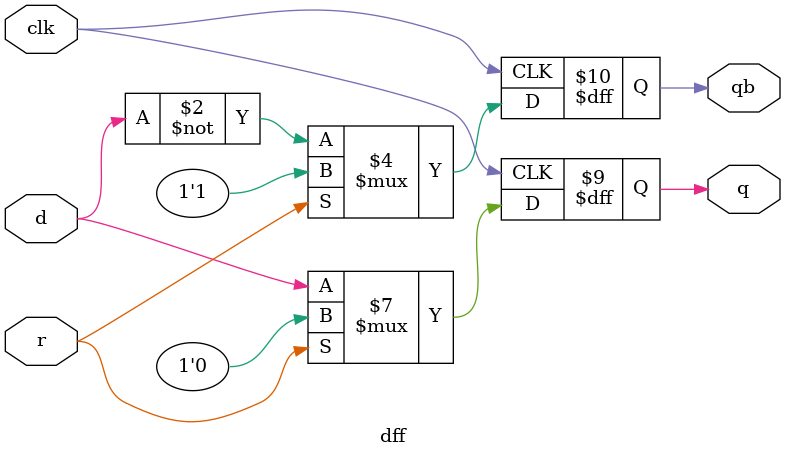
<source format=v>
module dff(input d , input clk , input r , output reg q , output reg qb);

always @(posedge clk)begin
    if(r)
    begin
        q=0;
        qb=1;
    end
    else
    begin
    q=d;
    qb=~d;
    end
end


endmodule

</source>
